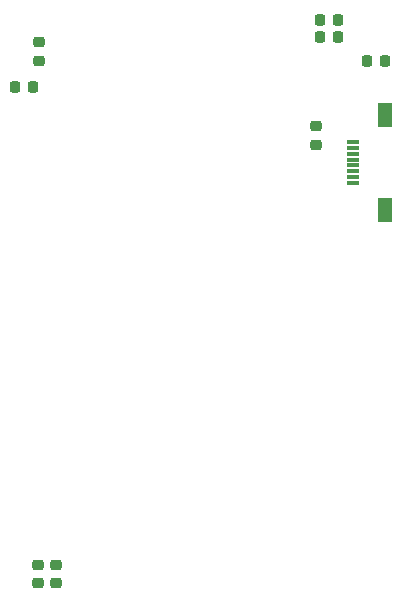
<source format=gbr>
%TF.GenerationSoftware,KiCad,Pcbnew,9.0.0-1.fc41*%
%TF.CreationDate,2025-03-05T15:22:43-08:00*%
%TF.ProjectId,hw_alpha,68775f61-6c70-4686-912e-6b696361645f,rev?*%
%TF.SameCoordinates,Original*%
%TF.FileFunction,Paste,Bot*%
%TF.FilePolarity,Positive*%
%FSLAX46Y46*%
G04 Gerber Fmt 4.6, Leading zero omitted, Abs format (unit mm)*
G04 Created by KiCad (PCBNEW 9.0.0-1.fc41) date 2025-03-05 15:22:43*
%MOMM*%
%LPD*%
G01*
G04 APERTURE LIST*
G04 Aperture macros list*
%AMRoundRect*
0 Rectangle with rounded corners*
0 $1 Rounding radius*
0 $2 $3 $4 $5 $6 $7 $8 $9 X,Y pos of 4 corners*
0 Add a 4 corners polygon primitive as box body*
4,1,4,$2,$3,$4,$5,$6,$7,$8,$9,$2,$3,0*
0 Add four circle primitives for the rounded corners*
1,1,$1+$1,$2,$3*
1,1,$1+$1,$4,$5*
1,1,$1+$1,$6,$7*
1,1,$1+$1,$8,$9*
0 Add four rect primitives between the rounded corners*
20,1,$1+$1,$2,$3,$4,$5,0*
20,1,$1+$1,$4,$5,$6,$7,0*
20,1,$1+$1,$6,$7,$8,$9,0*
20,1,$1+$1,$8,$9,$2,$3,0*%
G04 Aperture macros list end*
%ADD10RoundRect,0.225000X-0.225000X-0.250000X0.225000X-0.250000X0.225000X0.250000X-0.225000X0.250000X0*%
%ADD11RoundRect,0.225000X0.225000X0.250000X-0.225000X0.250000X-0.225000X-0.250000X0.225000X-0.250000X0*%
%ADD12RoundRect,0.225000X0.250000X-0.225000X0.250000X0.225000X-0.250000X0.225000X-0.250000X-0.225000X0*%
%ADD13RoundRect,0.225000X-0.250000X0.225000X-0.250000X-0.225000X0.250000X-0.225000X0.250000X0.225000X0*%
%ADD14R,1.000000X0.300000*%
%ADD15R,1.300000X2.000000*%
G04 APERTURE END LIST*
D10*
%TO.C,C11*%
X84750000Y-62890000D03*
X86300000Y-62890000D03*
%TD*%
%TO.C,C10*%
X84750000Y-64400000D03*
X86300000Y-64400000D03*
%TD*%
D11*
%TO.C,C54*%
X60475000Y-68600000D03*
X58925000Y-68600000D03*
%TD*%
D12*
%TO.C,C55*%
X61000000Y-66375000D03*
X61000000Y-64825000D03*
%TD*%
D10*
%TO.C,C15*%
X88725000Y-66400000D03*
X90275000Y-66400000D03*
%TD*%
D13*
%TO.C,C59*%
X84450000Y-71925000D03*
X84450000Y-73475000D03*
%TD*%
D12*
%TO.C,C33*%
X62400000Y-110600000D03*
X62400000Y-109050000D03*
%TD*%
%TO.C,C40*%
X60900000Y-110625000D03*
X60900000Y-109075000D03*
%TD*%
D14*
%TO.C,J10*%
X87550000Y-73250001D03*
X87550000Y-73750000D03*
X87550000Y-74249999D03*
X87550000Y-74750000D03*
X87550000Y-75250000D03*
X87550000Y-75750001D03*
X87550000Y-76250000D03*
X87550000Y-76749999D03*
D15*
X90249999Y-70950003D03*
X90249999Y-79049997D03*
%TD*%
M02*

</source>
